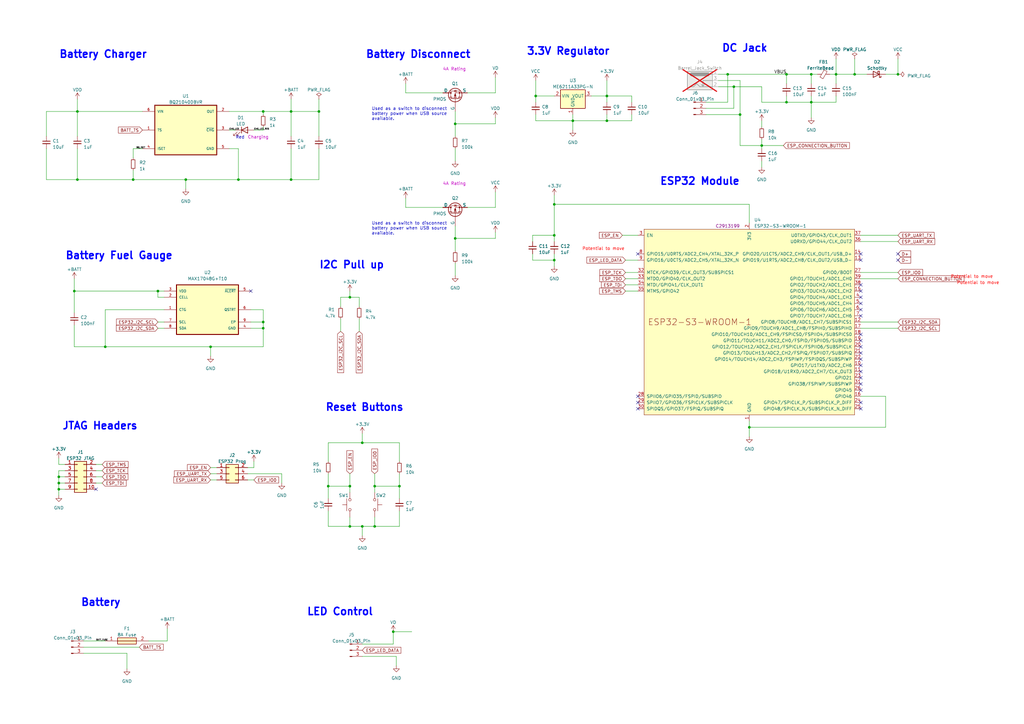
<source format=kicad_sch>
(kicad_sch (version 20230121) (generator eeschema)
  (paper "A3")
  (lib_symbols
    (symbol "BQ21040DBVR:BQ21040DBVR" (pin_names (offset 1.016))
      (property "Reference" "U" (at -12.7 11.16 0))
      (property "Value" "BQ21040DBVR" (at -12.7 -14.16 0))
      (symbol "BQ21040DBVR_0_0"
        (pin input line (at -17.78 0 0) (length 5.08) (name "TS") (number "1"))
        (pin output line (at 17.78 7.62 180) (length 5.08) (name "OUT") (number "2"))
        (pin output line (at 17.78 0 180) (length 5.08) (name "~{CHG}") (number "3"))
        (pin input line (at -17.78 -7.62 0) (length 5.08) (name "ISET") (number "4"))
        (pin power_in line (at 17.78 -7.62 180) (length 5.08) (name "GND") (number "5"))
        (pin input line (at -17.78 7.62 0) (length 5.08) (name "VIN") (number "6"))
      )
    )
    (symbol "Connector:Barrel_Jack_Switch" (pin_names hide)
      (property "Reference" "J" (at 0 5.334 0))
      (property "Value" "Barrel_Jack_Switch" (at 0 -5.08 0))
      (symbol "Barrel_Jack_Switch_1_1"
        (pin passive line (at 7.62 2.54 180) (length 2.54) (name "~") (number "1"))
        (pin passive line (at 7.62 -2.54 180) (length 2.54) (name "~") (number "2"))
        (pin passive line (at 7.62 0 180) (length 2.54) (name "~") (number "3"))
      )
    )
    (symbol "Connector:Conn_01x03_Pin" (pin_names (offset 1.016) hide)
      (property "Reference" "J" (at 0 5.08 0))
      (property "Value" "Conn_01x03_Pin" (at 0 -5.08 0))
      (symbol "Conn_01x03_Pin_1_1"
        (pin passive line (at 5.08 2.54 180) (length 3.81) (name "Pin_1") (number "1"))
        (pin passive line (at 5.08 0 180) (length 3.81) (name "Pin_2") (number "2"))
        (pin passive line (at 5.08 -2.54 180) (length 3.81) (name "Pin_3") (number "3"))
      )
    )
    (symbol "Connector_Generic:Conn_02x03_Odd_Even" (pin_names (offset 1.016) hide)
      (property "Reference" "J" (at 1.27 5.08 0))
      (property "Value" "Conn_02x03_Odd_Even" (at 1.27 -5.08 0))
      (symbol "Conn_02x03_Odd_Even_1_1"
        (pin passive line (at -5.08 2.54 0) (length 3.81) (name "Pin_1") (number "1"))
        (pin passive line (at 7.62 2.54 180) (length 3.81) (name "Pin_2") (number "2"))
        (pin passive line (at -5.08 0 0) (length 3.81) (name "Pin_3") (number "3"))
        (pin passive line (at 7.62 0 180) (length 3.81) (name "Pin_4") (number "4"))
        (pin passive line (at -5.08 -2.54 0) (length 3.81) (name "Pin_5") (number "5"))
        (pin passive line (at 7.62 -2.54 180) (length 3.81) (name "Pin_6") (number "6"))
      )
    )
    (symbol "Connector_Generic:Conn_02x05_Odd_Even" (pin_names (offset 1.016) hide)
      (property "Reference" "J" (at 1.27 7.62 0))
      (property "Value" "Conn_02x05_Odd_Even" (at 1.27 -7.62 0))
      (symbol "Conn_02x05_Odd_Even_1_1"
        (pin passive line (at -5.08 5.08 0) (length 3.81) (name "Pin_1") (number "1"))
        (pin passive line (at 7.62 -5.08 180) (length 3.81) (name "Pin_10") (number "10"))
        (pin passive line (at 7.62 5.08 180) (length 3.81) (name "Pin_2") (number "2"))
        (pin passive line (at -5.08 2.54 0) (length 3.81) (name "Pin_3") (number "3"))
        (pin passive line (at 7.62 2.54 180) (length 3.81) (name "Pin_4") (number "4"))
        (pin passive line (at -5.08 0 0) (length 3.81) (name "Pin_5") (number "5"))
        (pin passive line (at 7.62 0 180) (length 3.81) (name "Pin_6") (number "6"))
        (pin passive line (at -5.08 -2.54 0) (length 3.81) (name "Pin_7") (number "7"))
        (pin passive line (at 7.62 -2.54 180) (length 3.81) (name "Pin_8") (number "8"))
        (pin passive line (at -5.08 -5.08 0) (length 3.81) (name "Pin_9") (number "9"))
      )
    )
    (symbol "Device:C_Small" (pin_numbers hide) (pin_names (offset 0.254) hide)
      (property "Reference" "C" (at 0.254 1.778 0))
      (property "Value" "C_Small" (at 0.254 -2.032 0))
      (symbol "C_Small_1_1"
        (pin passive line (at 0 2.54 270) (length 2.032) (name "~") (number "1"))
        (pin passive line (at 0 -2.54 90) (length 2.032) (name "~") (number "2"))
      )
    )
    (symbol "Device:D_Schottky" (pin_numbers hide) (pin_names (offset 1.016) hide)
      (property "Reference" "D" (at 0 2.54 0))
      (property "Value" "D_Schottky" (at 0 -2.54 0))
      (symbol "D_Schottky_1_1"
        (pin passive line (at -3.81 0 0) (length 2.54) (name "K") (number "1"))
        (pin passive line (at 3.81 0 180) (length 2.54) (name "A") (number "2"))
      )
    )
    (symbol "Device:FerriteBead_Small" (pin_numbers hide) (pin_names (offset 0))
      (property "Reference" "FB" (at 1.905 1.27 0))
      (property "Value" "FerriteBead_Small" (at 1.905 -1.27 0))
      (symbol "FerriteBead_Small_1_1"
        (pin passive line (at 0 2.54 270) (length 1.27) (name "~") (number "1"))
        (pin passive line (at 0 -2.54 90) (length 1.27) (name "~") (number "2"))
      )
    )
    (symbol "Device:LED" (pin_numbers hide) (pin_names (offset 1.016) hide)
      (property "Reference" "D" (at 0 2.54 0))
      (property "Value" "LED" (at 0 -2.54 0))
      (symbol "LED_1_1"
        (pin passive line (at -3.81 0 0) (length 2.54) (name "K") (number "1"))
        (pin passive line (at 3.81 0 180) (length 2.54) (name "A") (number "2"))
      )
    )
    (symbol "Device:R_Small" (pin_numbers hide) (pin_names (offset 0.254) hide)
      (property "Reference" "R" (at 0.762 0.508 0))
      (property "Value" "R_Small" (at 0.762 -1.016 0))
      (symbol "R_Small_1_1"
        (pin passive line (at 0 2.54 270) (length 0.762) (name "~") (number "1"))
        (pin passive line (at 0 -2.54 90) (length 0.762) (name "~") (number "2"))
      )
    )
    (symbol "Espressif:ESP32-S3-WROOM-1" (pin_names (offset 1.016))
      (property "Reference" "U" (at -43.18 43.18 0))
      (property "Value" "ESP32-S3-WROOM-1" (at -43.18 40.64 0))
      (symbol "ESP32-S3-WROOM-1_0_0"
        (text "ESP32-S3-WROOM-1" (at -20.32 0 0) (effects (font (size 2.54 2.54))))
        (pin power_in line (at 0 -40.64 90) (length 2.54) (name "GND") (number "1"))
        (pin bidirectional line (at 45.72 -17.78 180) (length 2.54) (name "GPIO17/U1TXD/ADC2_CH6") (number "10"))
        (pin bidirectional line (at 45.72 -20.32 180) (length 2.54) (name "GPIO18/U1RXD/ADC2_CH7/CLK_OUT3") (number "11"))
        (pin bidirectional line (at 45.72 0 180) (length 2.54) (name "GPIO8/TOUCH8/ADC1_CH7/SUBSPICS1") (number "12"))
        (pin bidirectional line (at 45.72 25.4 180) (length 2.54) (name "GPIO19/U1RTS/ADC2_CH8/CLK_OUT2/USB_D-") (number "13"))
        (pin bidirectional line (at 45.72 27.94 180) (length 2.54) (name "GPIO20/U1CTS/ADC2_CH9/CLK_OUT1/USB_D+") (number "14"))
        (pin bidirectional line (at 45.72 12.7 180) (length 2.54) (name "GPIO3/TOUCH3/ADC1_CH2") (number "15"))
        (pin bidirectional line (at 45.72 -30.48 180) (length 2.54) (name "GPIO46") (number "16"))
        (pin bidirectional line (at 45.72 -2.54 180) (length 2.54) (name "GPIO9/TOUCH9/ADC1_CH8/FSPIHD/SUBSPIHD") (number "17"))
        (pin bidirectional line (at 45.72 -5.08 180) (length 2.54) (name "GPIO10/TOUCH10/ADC1_CH9/FSPICS0/FSPIIO4/SUBSPICS0") (number "18"))
        (pin bidirectional line (at 45.72 -7.62 180) (length 2.54) (name "GPIO11/TOUCH11/ADC2_CH0/FSPID/FSPIIO5/SUBSPID") (number "19"))
        (pin power_in line (at 0 40.64 270) (length 2.54) (name "3V3") (number "2"))
        (pin bidirectional line (at 45.72 -10.16 180) (length 2.54) (name "GPIO12/TOUCH12/ADC2_CH1/FSPICLK/FSPIIO6/SUBSPICLK") (number "20"))
        (pin bidirectional line (at 45.72 -12.7 180) (length 2.54) (name "GPIO13/TOUCH13/ADC2_CH2/FSPIQ/FSPIIO7/SUBSPIQ") (number "21"))
        (pin bidirectional line (at 45.72 -15.24 180) (length 2.54) (name "GPIO14/TOUCH14/ADC2_CH3/FSPIWP/FSPIDQS/SUBSPIWP") (number "22"))
        (pin bidirectional line (at 45.72 -22.86 180) (length 2.54) (name "GPIO21") (number "23"))
        (pin bidirectional line (at 45.72 -33.02 180) (length 2.54) (name "GPIO47/SPICLK_P/SUBSPICLK_P_DIFF") (number "24"))
        (pin bidirectional line (at 45.72 -35.56 180) (length 2.54) (name "GPIO48/SPICLK_N/SUBSPICLK_N_DIFF") (number "25"))
        (pin bidirectional line (at 45.72 -27.94 180) (length 2.54) (name "GPIO45") (number "26"))
        (pin bidirectional line (at 45.72 20.32 180) (length 2.54) (name "GPIO0/BOOT") (number "27"))
        (pin bidirectional line (at -45.72 -30.48 0) (length 2.54) (name "SPIIO6/GPIO35/FSPID/SUBSPID") (number "28"))
        (pin bidirectional line (at -45.72 -33.02 0) (length 2.54) (name "SPIIO7/GPIO36/FSPICLK/SUBSPICLK") (number "29"))
        (pin input line (at -45.72 35.56 0) (length 2.54) (name "EN") (number "3"))
        (pin bidirectional line (at -45.72 -35.56 0) (length 2.54) (name "SPIDQS/GPIO37/FSPIQ/SUBSPIQ") (number "30"))
        (pin bidirectional line (at 45.72 -25.4 180) (length 2.54) (name "GPIO38/FSPIWP/SUBSPIWP") (number "31"))
        (pin bidirectional line (at -45.72 20.32 0) (length 2.54) (name "MTCK/GPIO39/CLK_OUT3/SUBSPICS1") (number "32"))
        (pin bidirectional line (at -45.72 17.78 0) (length 2.54) (name "MTDO/GPIO40/CLK_OUT2") (number "33"))
        (pin bidirectional line (at -45.72 15.24 0) (length 2.54) (name "MTDI/GPIO41/CLK_OUT1") (number "34"))
        (pin bidirectional line (at -45.72 12.7 0) (length 2.54) (name "MTMS/GPIO42") (number "35"))
        (pin bidirectional line (at 45.72 33.02 180) (length 2.54) (name "U0RXD/GPIO44/CLK_OUT2") (number "36"))
        (pin bidirectional line (at 45.72 35.56 180) (length 2.54) (name "U0TXD/GPIO43/CLK_OUT1") (number "37"))
        (pin bidirectional line (at 45.72 15.24 180) (length 2.54) (name "GPIO2/TOUCH2/ADC1_CH1") (number "38"))
        (pin bidirectional line (at 45.72 17.78 180) (length 2.54) (name "GPIO1/TOUCH1/ADC1_CH0") (number "39"))
        (pin bidirectional line (at 45.72 10.16 180) (length 2.54) (name "GPIO4/TOUCH4/ADC1_CH3") (number "4"))
        (pin passive line (at 0 -40.64 90) (length 2.54) hide (name "GND") (number "40"))
        (pin passive line (at 0 -40.64 90) (length 2.54) hide (name "GND") (number "41"))
        (pin bidirectional line (at 45.72 7.62 180) (length 2.54) (name "GPIO5/TOUCH5/ADC1_CH4") (number "5"))
        (pin bidirectional line (at 45.72 5.08 180) (length 2.54) (name "GPIO6/TOUCH6/ADC1_CH5") (number "6"))
        (pin bidirectional line (at 45.72 2.54 180) (length 2.54) (name "GPIO7/TOUCH7/ADC1_CH6") (number "7"))
        (pin bidirectional line (at -45.72 27.94 0) (length 2.54) (name "GPIO15/U0RTS/ADC2_CH4/XTAL_32K_P") (number "8"))
        (pin bidirectional line (at -45.72 25.4 0) (length 2.54) (name "GPIO16/U0CTS/ADC2_CH5/XTAL_32K_N") (number "9"))
      )
    )
    (symbol "Littelfuse:0154008.DR" (pin_names hide)
      (property "Reference" "F" (at 13.97 6.35 0))
      (property "Value" "0154008.DR" (at 13.97 3.81 0))
      (symbol "0154008.DR_1_1"
        (pin passive line (at 0 0 0) (length 5.08) (name "1") (number "1"))
        (pin passive line (at 17.78 0 180) (length 5.08) (name "2") (number "2"))
      )
    )
    (symbol "MAX17048G_T10:MAX17048G+T10" (pin_names (offset 1.016))
      (property "Reference" "U?" (at 0 20.32 0))
      (property "Value" "MAX17048G+T10" (at 0 17.78 0))
      (symbol "MAX17048G+T10_0_0"
        (pin power_in line (at -17.78 5.08 0) (length 5.08) (name "CTG") (number "1"))
        (pin power_in line (at -17.78 10.16 0) (length 5.08) (name "CELL") (number "2"))
        (pin power_in line (at -17.78 12.7 0) (length 5.08) (name "VDD") (number "3"))
        (pin power_in line (at 17.78 -2.54 180) (length 5.08) (name "GND") (number "4"))
        (pin output line (at 17.78 12.7 180) (length 5.08) (name "~{ALERT}") (number "5"))
        (pin input line (at 17.78 5.08 180) (length 5.08) (name "QSTRT") (number "6"))
        (pin input line (at -17.78 0 0) (length 5.08) (name "SCL") (number "7"))
        (pin bidirectional line (at -17.78 -2.54 0) (length 5.08) (name "SDA") (number "8"))
        (pin power_in line (at 17.78 0 180) (length 5.08) (name "EP") (number "9"))
      )
    )
    (symbol "Regulator_Linear:HT75xx-1-SOT89"
      (property "Reference" "U" (at -5.08 -3.81 0))
      (property "Value" "HT75xx-1-SOT89" (at 0 6.35 0))
      (symbol "HT75xx-1-SOT89_1_1"
        (pin power_in line (at 0 -5.08 90) (length 2.54) (name "GND") (number "1"))
        (pin power_in line (at -7.62 2.54 0) (length 2.54) (name "VIN") (number "2"))
        (pin power_out line (at 7.62 2.54 180) (length 2.54) (name "VOUT") (number "3"))
      )
    )
    (symbol "Simulation_SPICE:PMOS" (pin_numbers hide) (pin_names (offset 0))
      (property "Reference" "Q3" (at 0 8.89 90))
      (property "Value" "PMOS" (at 0 6.35 90))
      (symbol "PMOS_1_1"
        (pin passive line (at 2.54 -5.08 90) (length 2.54) (name "S") (number "1"))
        (pin passive line (at 2.54 -5.08 90) (length 2.54) (name "S") (number "2"))
        (pin passive line (at 2.54 -5.08 90) (length 2.54) (name "S") (number "3"))
        (pin input line (at -5.08 0 0) (length 2.54) (name "G") (number "4"))
        (pin passive line (at 2.54 5.08 270) (length 2.54) (name "D") (number "5"))
        (pin passive line (at 2.54 5.08 270) (length 2.54) (name "D") (number "6"))
        (pin passive line (at 2.54 5.08 270) (length 2.54) (name "D") (number "7"))
        (pin passive line (at 2.54 5.08 270) (length 2.54) (name "D") (number "8"))
      )
    )
    (symbol "Switch:SW_Push" (pin_numbers hide) (pin_names (offset 1.016) hide)
      (property "Reference" "SW" (at 1.27 2.54 0))
      (property "Value" "SW_Push" (at 0 -1.524 0))
      (symbol "SW_Push_0_1"
        (pin passive line (at -5.08 0 0) (length 2.54) (name "1") (number "1"))
        (pin passive line (at 5.08 0 180) (length 2.54) (name "2") (number "2"))
      )
    )
    (symbol "power:+3.3V" (power) (pin_names (offset 0))
      (property "Value" "+3.3V" (at 0 3.556 0))
      (symbol "+3.3V_1_1"
        (pin power_in line (at 0 0 90) (length 0) hide (name "+3.3V") (number "1"))
      )
    )
    (symbol "power:+BATT" (power) (pin_names (offset 0))
      (property "Value" "+BATT" (at 0 3.556 0))
      (symbol "+BATT_1_1"
        (pin power_in line (at 0 0 90) (length 0) hide (name "+BATT") (number "1"))
      )
    )
    (symbol "power:GND" (power) (pin_names (offset 0))
      (property "Value" "GND" (at 0 -3.81 0))
      (symbol "GND_1_1"
        (pin power_in line (at 0 0 270) (length 0) hide (name "GND") (number "1"))
      )
    )
    (symbol "power:PWR_FLAG" (power) (pin_numbers hide) (pin_names (offset 0) hide)
      (property "Value" "PWR_FLAG" (at 0 3.81 0))
      (symbol "PWR_FLAG_0_0"
        (pin power_out line (at 0 0 90) (length 0) (name "pwr") (number "1"))
      )
    )
    (symbol "power:VCC" (power) (pin_names (offset 0))
      (property "Value" "VCC" (at 0 3.81 0))
      (symbol "VCC_1_1"
        (pin power_in line (at 0 0 90) (length 0) hide (name "VCC") (number "1"))
      )
    )
    (symbol "power:VD" (power) (pin_names (offset 0))
      (property "Value" "VD" (at 0 3.81 0))
      (symbol "VD_1_1"
        (pin power_in line (at 0 0 90) (length 0) hide (name "VD") (number "1"))
      )
    )
    (symbol "power:VDD" (power) (pin_names (offset 0))
      (property "Value" "VDD" (at 0 3.81 0))
      (symbol "VDD_1_1"
        (pin power_in line (at 0 0 90) (length 0) hide (name "VDD") (number "1"))
      )
    )
  )
  (junction (at 43.18 142.24))
  (junction (at 76.2 73.66))
  (junction (at 143.51 121.92))
  (junction (at 130.81 45.72))
  (junction (at 312.42 59.69))
  (junction (at 97.79 73.66))
  (junction (at 64.77 119.38))
  (junction (at 227.33 96.52))
  (junction (at 24.13 195.58))
  (junction (at 322.58 30.48))
  (junction (at 350.52 30.48))
  (junction (at 332.74 41.91))
  (junction (at 300.99 35.56))
  (junction (at 54.61 73.66))
  (junction (at 186.69 97.79))
  (junction (at 248.92 39.37))
  (junction (at 153.67 199.39))
  (junction (at 86.36 142.24))
  (junction (at 161.29 259.08))
  (junction (at 24.13 200.66))
  (junction (at 31.75 73.66))
  (junction (at 303.53 46.99))
  (junction (at 31.75 45.72))
  (junction (at 107.95 132.08))
  (junction (at 134.62 199.39))
  (junction (at 322.58 41.91))
  (junction (at 143.51 215.9))
  (junction (at 248.92 49.53))
  (junction (at 119.38 45.72))
  (junction (at 368.3 30.48))
  (junction (at 234.95 49.53))
  (junction (at 148.59 215.9))
  (junction (at 332.74 30.48))
  (junction (at 119.38 73.66))
  (junction (at 219.71 39.37))
  (junction (at 107.95 45.72))
  (junction (at 107.95 134.62))
  (junction (at 30.48 119.38))
  (junction (at 227.33 106.68))
  (junction (at 342.9 30.48))
  (junction (at 143.51 199.39))
  (junction (at 227.33 83.82))
  (junction (at 186.69 50.8))
  (junction (at 307.34 175.26))
  (junction (at 148.59 181.61))
  (junction (at 163.83 199.39))
  (junction (at 298.45 30.48))
  (junction (at 24.13 198.12))
  (junction (at 153.67 215.9))
  (no_connect (at 353.06 104.14))
  (no_connect (at 353.06 127))
  (no_connect (at 353.06 147.32))
  (no_connect (at 39.37 200.66))
  (no_connect (at 353.06 139.7))
  (no_connect (at 353.06 106.68))
  (no_connect (at 353.06 137.16))
  (no_connect (at 353.06 152.4))
  (no_connect (at 353.06 121.92))
  (no_connect (at 353.06 149.86))
  (no_connect (at 353.06 142.24))
  (no_connect (at 261.62 165.1))
  (no_connect (at 353.06 124.46))
  (no_connect (at 353.06 157.48))
  (no_connect (at 102.87 119.38))
  (no_connect (at 261.62 167.64))
  (no_connect (at 353.06 167.64))
  (no_connect (at 353.06 129.54))
  (no_connect (at 353.06 116.84))
  (no_connect (at 353.06 119.38))
  (no_connect (at 353.06 144.78))
  (no_connect (at 261.62 162.56))
  (no_connect (at 353.06 160.02))
  (no_connect (at 353.06 165.1))
  (no_connect (at 353.06 154.94))
  (no_connect (at 368.3 106.68))
  (no_connect (at 368.3 104.14))
  (no_connect (at 261.62 104.14))
  (wire (pts (xy 307.34 175.26) (xy 307.34 179.07)))
  (wire (pts (xy 107.95 132.08) (xy 107.95 134.62)))
  (wire (pts (xy 39.37 190.5) (xy 41.91 190.5)))
  (wire (pts (xy 104.14 189.23) (xy 104.14 191.77)))
  (wire (pts (xy 68.58 257.81) (xy 68.58 262.89)))
  (wire (pts (xy 52.07 267.97) (xy 34.29 267.97)))
  (wire (pts (xy 163.83 209.55) (xy 163.83 215.9)))
  (wire (pts (xy 332.74 30.48) (xy 335.28 30.48)))
  (wire (pts (xy 143.51 121.92) (xy 143.51 119.38)))
  (wire (pts (xy 259.08 49.53) (xy 259.08 46.99)))
  (wire (pts (xy 163.83 199.39) (xy 153.67 199.39)))
  (wire (pts (xy 24.13 203.2) (xy 24.13 200.66)))
  (wire (pts (xy 163.83 215.9) (xy 153.67 215.9)))
  (wire (pts (xy 143.51 215.9) (xy 143.51 212.09)))
  (wire (pts (xy 227.33 96.52) (xy 227.33 99.06)))
  (wire (pts (xy 248.92 46.99) (xy 248.92 49.53)))
  (wire (pts (xy 24.13 198.12) (xy 24.13 195.58)))
  (wire (pts (xy 289.56 41.91) (xy 298.45 41.91)))
  (wire (pts (xy 248.92 39.37) (xy 248.92 41.91)))
  (wire (pts (xy 219.71 39.37) (xy 219.71 41.91)))
  (wire (pts (xy 86.36 191.77) (xy 88.9 191.77)))
  (wire (pts (xy 353.06 132.08) (xy 368.3 132.08)))
  (wire (pts (xy 307.34 83.82) (xy 307.34 91.44)))
  (wire (pts (xy 248.92 33.02) (xy 248.92 39.37)))
  (wire (pts (xy 350.52 24.13) (xy 350.52 30.48)))
  (wire (pts (xy 107.95 53.34) (xy 107.95 52.07)))
  (wire (pts (xy 162.56 269.24) (xy 162.56 273.05)))
  (wire (pts (xy 303.53 33.02) (xy 303.53 46.99)))
  (wire (pts (xy 34.29 262.89) (xy 43.18 262.89)))
  (wire (pts (xy 97.79 60.96) (xy 97.79 73.66)))
  (wire (pts (xy 186.69 60.96) (xy 186.69 66.04)))
  (wire (pts (xy 227.33 83.82) (xy 307.34 83.82)))
  (wire (pts (xy 19.05 45.72) (xy 31.75 45.72)))
  (wire (pts (xy 166.37 81.28) (xy 166.37 85.09)))
  (wire (pts (xy 102.87 134.62) (xy 107.95 134.62)))
  (wire (pts (xy 219.71 39.37) (xy 227.33 39.37)))
  (wire (pts (xy 342.9 30.48) (xy 342.9 24.13)))
  (wire (pts (xy 86.36 196.85) (xy 88.9 196.85)))
  (wire (pts (xy 148.59 181.61) (xy 148.59 177.8)))
  (wire (pts (xy 353.06 99.06) (xy 368.3 99.06)))
  (wire (pts (xy 234.95 46.99) (xy 234.95 49.53)))
  (wire (pts (xy 353.06 96.52) (xy 368.3 96.52)))
  (wire (pts (xy 256.54 114.3) (xy 261.62 114.3)))
  (wire (pts (xy 64.77 132.08) (xy 67.31 132.08)))
  (wire (pts (xy 119.38 45.72) (xy 130.81 45.72)))
  (wire (pts (xy 86.36 194.31) (xy 88.9 194.31)))
  (wire (pts (xy 227.33 106.68) (xy 227.33 109.22)))
  (wire (pts (xy 259.08 41.91) (xy 259.08 39.37)))
  (wire (pts (xy 43.18 127) (xy 67.31 127)))
  (wire (pts (xy 203.2 50.8) (xy 186.69 50.8)))
  (wire (pts (xy 31.75 45.72) (xy 58.42 45.72)))
  (wire (pts (xy 312.42 59.69) (xy 312.42 60.96)))
  (wire (pts (xy 43.18 142.24) (xy 86.36 142.24)))
  (wire (pts (xy 332.74 41.91) (xy 342.9 41.91)))
  (wire (pts (xy 134.62 199.39) (xy 134.62 204.47)))
  (wire (pts (xy 93.98 53.34) (xy 96.52 53.34)))
  (wire (pts (xy 43.18 127) (xy 43.18 142.24)))
  (wire (pts (xy 303.53 59.69) (xy 303.53 46.99)))
  (wire (pts (xy 31.75 45.72) (xy 31.75 55.88)))
  (wire (pts (xy 130.81 40.64) (xy 130.81 45.72)))
  (wire (pts (xy 298.45 41.91) (xy 298.45 30.48)))
  (wire (pts (xy 312.42 59.69) (xy 303.53 59.69)))
  (wire (pts (xy 64.77 121.92) (xy 64.77 119.38)))
  (wire (pts (xy 24.13 200.66) (xy 26.67 200.66)))
  (wire (pts (xy 191.77 85.09) (xy 203.2 85.09)))
  (wire (pts (xy 353.06 111.76) (xy 368.3 111.76)))
  (wire (pts (xy 54.61 60.96) (xy 58.42 60.96)))
  (wire (pts (xy 148.59 215.9) (xy 143.51 215.9)))
  (wire (pts (xy 248.92 49.53) (xy 234.95 49.53)))
  (wire (pts (xy 161.29 264.16) (xy 161.29 259.08)))
  (wire (pts (xy 134.62 215.9) (xy 143.51 215.9)))
  (wire (pts (xy 54.61 69.85) (xy 54.61 73.66)))
  (wire (pts (xy 307.34 172.72) (xy 307.34 175.26)))
  (wire (pts (xy 294.64 30.48) (xy 298.45 30.48)))
  (wire (pts (xy 19.05 55.88) (xy 19.05 45.72)))
  (wire (pts (xy 31.75 73.66) (xy 54.61 73.66)))
  (wire (pts (xy 139.7 130.81) (xy 139.7 135.89)))
  (wire (pts (xy 26.67 193.04) (xy 24.13 193.04)))
  (wire (pts (xy 259.08 39.37) (xy 248.92 39.37)))
  (wire (pts (xy 219.71 49.53) (xy 219.71 46.99)))
  (wire (pts (xy 186.69 97.79) (xy 186.69 102.87)))
  (wire (pts (xy 363.22 30.48) (xy 368.3 30.48)))
  (wire (pts (xy 67.31 121.92) (xy 64.77 121.92)))
  (wire (pts (xy 191.77 38.1) (xy 203.2 38.1)))
  (wire (pts (xy 256.54 106.68) (xy 261.62 106.68)))
  (wire (pts (xy 147.32 121.92) (xy 143.51 121.92)))
  (wire (pts (xy 147.32 125.73) (xy 147.32 121.92)))
  (wire (pts (xy 119.38 40.64) (xy 119.38 45.72)))
  (wire (pts (xy 312.42 57.15) (xy 312.42 59.69)))
  (wire (pts (xy 104.14 53.34) (xy 107.95 53.34)))
  (wire (pts (xy 119.38 45.72) (xy 119.38 55.88)))
  (wire (pts (xy 166.37 85.09) (xy 181.61 85.09)))
  (wire (pts (xy 312.42 41.91) (xy 322.58 41.91)))
  (wire (pts (xy 24.13 195.58) (xy 26.67 195.58)))
  (wire (pts (xy 52.07 274.32) (xy 52.07 267.97)))
  (wire (pts (xy 294.64 35.56) (xy 300.99 35.56)))
  (wire (pts (xy 148.59 264.16) (xy 161.29 264.16)))
  (wire (pts (xy 353.06 162.56) (xy 363.22 162.56)))
  (wire (pts (xy 332.74 30.48) (xy 332.74 34.29)))
  (wire (pts (xy 256.54 116.84) (xy 261.62 116.84)))
  (wire (pts (xy 289.56 44.45) (xy 300.99 44.45)))
  (wire (pts (xy 19.05 60.96) (xy 19.05 73.66)))
  (wire (pts (xy 322.58 30.48) (xy 332.74 30.48)))
  (wire (pts (xy 107.95 45.72) (xy 119.38 45.72)))
  (wire (pts (xy 107.95 134.62) (xy 107.95 142.24)))
  (wire (pts (xy 153.67 212.09) (xy 153.67 215.9)))
  (wire (pts (xy 143.51 199.39) (xy 143.51 201.93)))
  (wire (pts (xy 64.77 119.38) (xy 67.31 119.38)))
  (wire (pts (xy 148.59 219.71) (xy 148.59 215.9)))
  (wire (pts (xy 76.2 73.66) (xy 97.79 73.66)))
  (wire (pts (xy 186.69 107.95) (xy 186.69 113.03)))
  (wire (pts (xy 115.57 194.31) (xy 101.6 194.31)))
  (wire (pts (xy 353.06 134.62) (xy 368.3 134.62)))
  (wire (pts (xy 298.45 30.48) (xy 322.58 30.48)))
  (wire (pts (xy 134.62 199.39) (xy 143.51 199.39)))
  (wire (pts (xy 203.2 85.09) (xy 203.2 78.74)))
  (wire (pts (xy 300.99 44.45) (xy 300.99 35.56)))
  (wire (pts (xy 93.98 45.72) (xy 107.95 45.72)))
  (wire (pts (xy 353.06 114.3) (xy 368.3 114.3)))
  (wire (pts (xy 363.22 175.26) (xy 307.34 175.26)))
  (wire (pts (xy 322.58 34.29) (xy 322.58 30.48)))
  (wire (pts (xy 163.83 194.31) (xy 163.83 199.39)))
  (wire (pts (xy 31.75 40.64) (xy 31.75 45.72)))
  (wire (pts (xy 163.83 204.47) (xy 163.83 199.39)))
  (wire (pts (xy 134.62 194.31) (xy 134.62 199.39)))
  (wire (pts (xy 30.48 142.24) (xy 43.18 142.24)))
  (wire (pts (xy 312.42 35.56) (xy 312.42 41.91)))
  (wire (pts (xy 130.81 60.96) (xy 130.81 73.66)))
  (wire (pts (xy 203.2 48.26) (xy 203.2 50.8)))
  (wire (pts (xy 107.95 142.24) (xy 86.36 142.24)))
  (wire (pts (xy 256.54 119.38) (xy 261.62 119.38)))
  (wire (pts (xy 153.67 215.9) (xy 148.59 215.9)))
  (wire (pts (xy 30.48 142.24) (xy 30.48 133.35)))
  (wire (pts (xy 166.37 34.29) (xy 166.37 38.1)))
  (wire (pts (xy 312.42 66.04) (xy 312.42 68.58)))
  (wire (pts (xy 102.87 132.08) (xy 107.95 132.08)))
  (wire (pts (xy 64.77 134.62) (xy 67.31 134.62)))
  (wire (pts (xy 256.54 111.76) (xy 261.62 111.76)))
  (wire (pts (xy 218.44 106.68) (xy 227.33 106.68)))
  (wire (pts (xy 203.2 97.79) (xy 186.69 97.79)))
  (wire (pts (xy 186.69 92.71) (xy 186.69 97.79)))
  (wire (pts (xy 24.13 200.66) (xy 24.13 198.12)))
  (wire (pts (xy 227.33 83.82) (xy 227.33 80.01)))
  (wire (pts (xy 30.48 119.38) (xy 30.48 128.27)))
  (wire (pts (xy 130.81 73.66) (xy 119.38 73.66)))
  (wire (pts (xy 31.75 60.96) (xy 31.75 73.66)))
  (wire (pts (xy 312.42 49.53) (xy 312.42 52.07)))
  (wire (pts (xy 342.9 41.91) (xy 342.9 39.37)))
  (wire (pts (xy 342.9 30.48) (xy 342.9 34.29)))
  (wire (pts (xy 322.58 41.91) (xy 332.74 41.91)))
  (wire (pts (xy 101.6 196.85) (xy 104.14 196.85)))
  (wire (pts (xy 332.74 39.37) (xy 332.74 41.91)))
  (wire (pts (xy 363.22 162.56) (xy 363.22 175.26)))
  (wire (pts (xy 300.99 35.56) (xy 312.42 35.56)))
  (wire (pts (xy 218.44 104.14) (xy 218.44 106.68)))
  (wire (pts (xy 39.37 195.58) (xy 41.91 195.58)))
  (wire (pts (xy 161.29 259.08) (xy 168.91 259.08)))
  (wire (pts (xy 255.27 96.52) (xy 261.62 96.52)))
  (wire (pts (xy 218.44 96.52) (xy 227.33 96.52)))
  (wire (pts (xy 218.44 96.52) (xy 218.44 99.06)))
  (wire (pts (xy 54.61 60.96) (xy 54.61 64.77)))
  (wire (pts (xy 368.3 30.48) (xy 368.3 24.13)))
  (wire (pts (xy 30.48 119.38) (xy 30.48 114.3)))
  (wire (pts (xy 227.33 83.82) (xy 227.33 96.52)))
  (wire (pts (xy 104.14 191.77) (xy 101.6 191.77)))
  (wire (pts (xy 93.98 60.96) (xy 97.79 60.96)))
  (wire (pts (xy 163.83 181.61) (xy 148.59 181.61)))
  (wire (pts (xy 342.9 30.48) (xy 350.52 30.48)))
  (wire (pts (xy 24.13 193.04) (xy 24.13 195.58)))
  (wire (pts (xy 102.87 127) (xy 107.95 127)))
  (wire (pts (xy 234.95 49.53) (xy 234.95 53.34)))
  (wire (pts (xy 30.48 119.38) (xy 64.77 119.38)))
  (wire (pts (xy 19.05 73.66) (xy 31.75 73.66)))
  (wire (pts (xy 139.7 125.73) (xy 139.7 121.92)))
  (wire (pts (xy 143.51 194.31) (xy 143.51 199.39)))
  (wire (pts (xy 34.29 265.43) (xy 57.15 265.43)))
  (wire (pts (xy 130.81 55.88) (xy 130.81 45.72)))
  (wire (pts (xy 148.59 269.24) (xy 162.56 269.24)))
  (wire (pts (xy 107.95 46.99) (xy 107.95 45.72)))
  (wire (pts (xy 340.36 30.48) (xy 342.9 30.48)))
  (wire (pts (xy 86.36 146.05) (xy 86.36 142.24)))
  (wire (pts (xy 24.13 190.5) (xy 26.67 190.5)))
  (wire (pts (xy 321.31 59.69) (xy 312.42 59.69)))
  (wire (pts (xy 203.2 95.25) (xy 203.2 97.79)))
  (wire (pts (xy 350.52 30.48) (xy 355.6 30.48)))
  (wire (pts (xy 248.92 49.53) (xy 259.08 49.53)))
  (wire (pts (xy 303.53 46.99) (xy 289.56 46.99)))
  (wire (pts (xy 139.7 121.92) (xy 143.51 121.92)))
  (wire (pts (xy 134.62 189.23) (xy 134.62 181.61)))
  (wire (pts (xy 219.71 33.02) (xy 219.71 39.37)))
  (wire (pts (xy 24.13 198.12) (xy 26.67 198.12)))
  (wire (pts (xy 166.37 38.1) (xy 181.61 38.1)))
  (wire (pts (xy 248.92 39.37) (xy 242.57 39.37)))
  (wire (pts (xy 219.71 49.53) (xy 234.95 49.53)))
  (wire (pts (xy 227.33 104.14) (xy 227.33 106.68)))
  (wire (pts (xy 115.57 198.12) (xy 115.57 194.31)))
  (wire (pts (xy 153.67 194.31) (xy 153.67 199.39)))
  (wire (pts (xy 332.74 41.91) (xy 332.74 48.26)))
  (wire (pts (xy 60.96 262.89) (xy 68.58 262.89)))
  (wire (pts (xy 294.64 33.02) (xy 303.53 33.02)))
  (wire (pts (xy 119.38 73.66) (xy 97.79 73.66)))
  (wire (pts (xy 186.69 50.8) (xy 186.69 55.88)))
  (wire (pts (xy 203.2 38.1) (xy 203.2 31.75)))
  (wire (pts (xy 134.62 209.55) (xy 134.62 215.9)))
  (wire (pts (xy 24.13 190.5) (xy 24.13 187.96)))
  (wire (pts (xy 54.61 73.66) (xy 76.2 73.66)))
  (wire (pts (xy 39.37 198.12) (xy 41.91 198.12)))
  (wire (pts (xy 76.2 73.66) (xy 76.2 77.47)))
  (wire (pts (xy 39.37 193.04) (xy 41.91 193.04)))
  (wire (pts (xy 322.58 39.37) (xy 322.58 41.91)))
  (wire (pts (xy 163.83 189.23) (xy 163.83 181.61)))
  (wire (pts (xy 186.69 45.72) (xy 186.69 50.8)))
  (wire (pts (xy 153.67 199.39) (xy 153.67 201.93)))
  (wire (pts (xy 107.95 127) (xy 107.95 132.08)))
  (wire (pts (xy 147.32 130.81) (xy 147.32 135.89)))
  (wire (pts (xy 134.62 181.61) (xy 148.59 181.61)))
  (wire (pts (xy 119.38 60.96) (xy 119.38 73.66)))
  (text "JTAG Headers" (at 25.4 176.53 0) (effects (font (size 3 3) bold) (justify left bottom)))
  (text "Battery Fuel Gauge" (at 26.67 106.68 0) (effects (font (size 3 3) (thickness 0.6) bold) (justify left bottom)))
  (text "Reset Buttons" (at 133.35 168.91 0) (effects (font (size 3 3) bold) (justify left bottom)))
  (text "Red" (at 100.33 57.15 0) (effects (font (size 1.27 1.27)) (justify right bottom)))
  (text "LED Control" (at 125.73 252.73 0) (effects (font (size 3 3) bold) (justify left bottom)))
  (text "DC Jack" (at 295.91 21.59 0) (effects (font (size 3 3) bold) (justify left bottom)))
  (text "4A Rating" (at 181.61 76.2 0) (effects (font (size 1.27 1.27)) (justify left bottom)))
  (text "3.3V Regulator" (at 215.9 22.86 0) (effects (font (size 3 3) bold) (justify left bottom)))
  (text "Battery Disconnect" (at 149.86 24.13 0) (effects (font (size 3 3) bold) (justify left bottom)))
  (text "Potential to move" (at 392.43 116.84 0) (effects (font (size 1.27 1.27)) (justify left bottom)))
  (text "Potential to move" (at 238.76 102.87 0) (effects (font (size 1.27 1.27)) (justify left bottom)))
  (text "Used as a switch to disconnect\nbattery power when USB source\navailable." (at 152.4 96.52 0) (effects (font (size 1.27 1.27)) (justify left bottom)))
  (text "Potential to move" (at 389.89 114.3 0) (effects (font (size 1.27 1.27)) (justify left bottom)))
  (text "Charging\n" (at 101.6 57.15 0) (effects (font (size 1.27 1.27)) (justify left bottom)))
  (text "Battery Charger" (at 24.13 24.13 0) (effects (font (size 3 3) bold) (justify left bottom)))
  (text "Battery" (at 33.02 248.92 0) (effects (font (size 3 3) bold) (justify left bottom)))
  (text "Used as a switch to disconnect\nbattery power when USB source\navailable." (at 152.4 49.53 0) (effects (font (size 1.27 1.27)) (justify left bottom)))
  (text "ESP32 Module" (at 270.51 76.2 0) (effects (font (size 3 3) (thickness 0.6) bold) (justify left bottom)))
  (text "4A Rating" (at 181.61 29.21 0) (effects (font (size 1.27 1.27)) (justify left bottom)))
  (text "I2C Pull up" (at 130.81 110.49 0) (effects (font (size 3 3) bold) (justify left bottom)))
  (label "VBUS" (at 317.5 30.48 0))
  (label "BQ_ISET" (at 55.88 60.96 0) (effects (font (size 0.6 0.6))))
  (label "BATT_FUSE" (at 39.37 262.89 0) (effects (font (size 0.6 0.6))))
  (label "CHG_LED_RES" (at 104.14 53.34 0) (effects (font (size 0.6 0.6))))
  (label "CHG_LED" (at 93.98 53.34 0) (effects (font (size 0.6 0.6))))
  (global_label "ESP32_I2C_SDA" (shape input) (at 64.77 134.62 180) (property "Intersheetrefs" "${INTERSHEET_REFS}" (effects hide)))
  (global_label "D-" (shape input) (at 368.3 106.68 0) (property "Intersheetrefs" "${INTERSHEET_REFS}" (effects hide)))
  (global_label "ESP_TDI" (shape input) (at 41.91 198.12 0) (property "Intersheetrefs" "${INTERSHEET_REFS}" (effects hide)))
  (global_label "ESP_LED_DATA" (shape input) (at 148.59 266.7 0) (property "Intersheetrefs" "${INTERSHEET_REFS}" (effects hide)))
  (global_label "ESP_TDO" (shape input) (at 256.54 114.3 180) (property "Intersheetrefs" "${INTERSHEET_REFS}" (effects hide)))
  (global_label "ESP_CONNECTION_BUTTON" (shape input) (at 321.31 59.69 0) (property "Intersheetrefs" "${INTERSHEET_REFS}" (effects hide)))
  (global_label "ESP_TMS" (shape input) (at 41.91 190.5 0) (property "Intersheetrefs" "${INTERSHEET_REFS}" (effects hide)))
  (global_label "ESP_TCK" (shape input) (at 41.91 193.04 0) (property "Intersheetrefs" "${INTERSHEET_REFS}" (effects hide)))
  (global_label "D+" (shape input) (at 368.3 104.14 0) (property "Intersheetrefs" "${INTERSHEET_REFS}" (effects hide)))
  (global_label "ESP_IO0" (shape input) (at 104.14 196.85 0) (property "Intersheetrefs" "${INTERSHEET_REFS}" (effects hide)))
  (global_label "ESP_EN" (shape input) (at 86.36 191.77 180) (property "Intersheetrefs" "${INTERSHEET_REFS}" (effects hide)))
  (global_label "BATT_TS" (shape input) (at 57.15 265.43 0) (property "Intersheetrefs" "${INTERSHEET_REFS}" (effects hide)))
  (global_label "ESP32_I2C_SDA" (shape input) (at 368.3 132.08 0) (property "Intersheetrefs" "${INTERSHEET_REFS}" (effects hide)))
  (global_label "BATT_TS" (shape input) (at 58.42 53.34 180) (property "Intersheetrefs" "${INTERSHEET_REFS}" (effects hide)))
  (global_label "ESP_UART_TX" (shape input) (at 368.3 96.52 0) (property "Intersheetrefs" "${INTERSHEET_REFS}" (effects hide)))
  (global_label "ESP_TMS" (shape input) (at 256.54 119.38 180) (property "Intersheetrefs" "${INTERSHEET_REFS}" (effects hide)))
  (global_label "ESP_IO0" (shape input) (at 153.67 194.31 90) (property "Intersheetrefs" "${INTERSHEET_REFS}" (effects hide)))
  (global_label "ESP32_I2C_SCL" (shape input) (at 139.7 135.89 270) (property "Intersheetrefs" "${INTERSHEET_REFS}" (effects hide)))
  (global_label "ESP_TCK" (shape input) (at 256.54 111.76 180) (property "Intersheetrefs" "${INTERSHEET_REFS}" (effects hide)))
  (global_label "ESP32_I2C_SCL" (shape input) (at 64.77 132.08 180) (property "Intersheetrefs" "${INTERSHEET_REFS}" (effects hide)))
  (global_label "ESP_TDO" (shape input) (at 41.91 195.58 0) (property "Intersheetrefs" "${INTERSHEET_REFS}" (effects hide)))
  (global_label "ESP_CONNECTION_BUTTON" (shape input) (at 368.3 114.3 0) (property "Intersheetrefs" "${INTERSHEET_REFS}" (effects hide)))
  (global_label "ESP_LED_DATA" (shape input) (at 256.54 106.68 180) (property "Intersheetrefs" "${INTERSHEET_REFS}" (effects hide)))
  (global_label "ESP_TDI" (shape input) (at 256.54 116.84 180) (property "Intersheetrefs" "${INTERSHEET_REFS}" (effects hide)))
  (global_label "ESP_EN" (shape input) (at 255.27 96.52 180) (property "Intersheetrefs" "${INTERSHEET_REFS}" (effects hide)))
  (global_label "ESP32_I2C_SDA" (shape input) (at 147.32 135.89 270) (property "Intersheetrefs" "${INTERSHEET_REFS}" (effects hide)))
  (global_label "ESP_UART_TX" (shape input) (at 86.36 194.31 180) (property "Intersheetrefs" "${INTERSHEET_REFS}" (effects hide)))
  (global_label "ESP32_I2C_SCL" (shape input) (at 368.3 134.62 0) (property "Intersheetrefs" "${INTERSHEET_REFS}" (effects hide)))
  (global_label "ESP_IO0" (shape input) (at 368.3 111.76 0) (property "Intersheetrefs" "${INTERSHEET_REFS}" (effects hide)))
  (global_label "ESP_EN" (shape input) (at 143.51 194.31 90) (property "Intersheetrefs" "${INTERSHEET_REFS}" (effects hide)))
  (global_label "ESP_UART_RX" (shape input) (at 86.36 196.85 180) (property "Intersheetrefs" "${INTERSHEET_REFS}" (effects hide)))
  (global_label "ESP_UART_RX" (shape input) (at 368.3 99.06 0) (property "Intersheetrefs" "${INTERSHEET_REFS}" (effects hide)))
  (symbol (lib_id "Device:C_Small") (at 227.33 101.6 180) (unit 1)
    (property "Reference" "C12" (at 229.87 100.9586 0) (effects (justify right)))
    (property "Value" "1uF" (at 229.87 103.4986 0) (effects (justify right)))
    (property "Footprint" "Capacitor_SMD:C_0402_1005Metric" (effects hide))
    (property "LCSC" "C52923" (effects hide))
  )
  (symbol (lib_id "power:PWR_FLAG") (at 368.3 30.48 270) (unit 1)
    (property "Reference" "#FLG03" (effects hide))
    (property "Value" "PWR_FLAG" (at 372.11 31.115 90) (effects (justify left)))
  )
  (symbol (lib_id "Device:C_Small") (at 332.74 36.83 180) (unit 1)
    (property "Reference" "C14" (at 335.28 36.1886 0) (effects (justify right)))
    (property "Value" "1uF" (at 335.28 38.7286 0) (effects (justify right)))
    (property "Footprint" "Capacitor_SMD:C_0402_1005Metric" (effects hide))
    (property "LCSC" "C52923" (effects hide))
  )
  (symbol (lib_id "power:+BATT") (at 119.38 40.64 0) (unit 1)
    (property "Reference" "#PWR09" (effects hide))
    (property "Value" "+BATT" (at 119.38 36.83 0))
  )
  (symbol (lib_id "Device:R_Small") (at 186.69 105.41 0) (unit 1)
    (property "Reference" "R9" (at 189.23 104.775 0) (effects (justify left)))
    (property "Value" "100k" (at 189.23 107.315 0) (effects (justify left)))
    (property "Footprint" "Resistor_SMD:R_0603_1608Metric" (effects hide))
    (property "LCSC" "C25803" (effects hide))
  )
  (symbol (lib_id "Switch:SW_Push") (at 143.51 207.01 90) (unit 1)
    (property "Reference" "SW1" (at 140.97 203.2 90))
    (property "Value" "SW_Push" (effects hide))
    (property "Footprint" "Button:Small Push Button" (effects hide))
    (property "LCSC" "C318884" (effects hide))
  )
  (symbol (lib_id "power:+3.3V") (at 148.59 177.8 0) (unit 1)
    (property "Reference" "#PWR013" (effects hide))
    (property "Value" "+3.3V" (at 148.59 173.99 0))
  )
  (symbol (lib_id "BQ21040DBVR:BQ21040DBVR") (at 76.2 53.34 0) (unit 1)
    (property "Reference" "U1" (at 76.2 39.37 0))
    (property "Value" "BQ21040DBVR" (at 76.2 41.91 0))
    (property "Footprint" "BQ21040:SOT95P280X145-6N" (effects hide))
    (property "LCSC" "C202311" (effects hide))
  )
  (symbol (lib_id "power:+BATT") (at 166.37 34.29 0) (unit 1)
    (property "Reference" "#PWR015" (effects hide))
    (property "Value" "+BATT" (at 166.37 30.48 0))
  )
  (symbol (lib_id "Device:C_Small") (at 312.42 63.5 180) (unit 1)
    (property "Reference" "C16" (at 314.96 62.8586 0) (effects (justify right)))
    (property "Value" "1uF" (at 314.96 65.3986 0) (effects (justify right)))
    (property "Footprint" "Capacitor_SMD:C_0402_1005Metric" (effects hide))
    (property "LCSC" "C52923" (effects hide))
  )
  (symbol (lib_id "Connector:Conn_01x03_Pin") (at 29.21 265.43 0) (unit 1)
    (property "Reference" "J3" (at 29.845 259.08 0))
    (property "Value" "Conn_01x03_Pin" (at 29.845 261.62 0))
    (property "Footprint" "Connector_PinHeader_2.54mm:PinHeader_1x03_P2.54mm_Vertical" (effects hide))
  )
  (symbol (lib_id "Device:C_Small") (at 30.48 130.81 0) (unit 1)
    (property "Reference" "C2" (at 33.02 130.1813 0) (effects (justify left)))
    (property "Value" "100nF" (at 33.02 132.7213 0) (effects (justify left)))
    (property "Footprint" "Capacitor_SMD:C_0402_1005Metric" (effects hide))
    (property "LCSC" "C1525" (effects hide))
  )
  (symbol (lib_id "power:+BATT") (at 68.58 257.81 0) (unit 1)
    (property "Reference" "#PWR010" (effects hide))
    (property "Value" "+BATT" (at 68.58 254 0))
  )
  (symbol (lib_id "Simulation_SPICE:PMOS") (at 186.69 40.64 90) (unit 1)
    (property "Reference" "Q1" (at 186.69 34.29 90))
    (property "Value" "PMOS" (at 180.34 40.64 90))
    (property "Footprint" "Package_SO:SSOP-8_3.9x5.05mm_P1.27mm" (effects hide))
    (property "Datasheet" "https://ngspice.sourceforge.io/docs/ngspice-manual.pdf" (effects hide))
    (property "Sim.Device" "PMOS" (effects hide))
    (property "Sim.Type" "VDMOS" (effects hide))
    (property "Sim.Pins" "1=D 2=G 3=S" (effects hide))
    (property "LCSC" "C235530" (effects hide))
  )
  (symbol (lib_id "Device:C_Small") (at 219.71 44.45 180) (unit 1)
    (property "Reference" "C8" (at 222.25 43.8086 0) (effects (justify right)))
    (property "Value" "1uF" (at 222.25 46.3486 0) (effects (justify right)))
    (property "Footprint" "Capacitor_SMD:C_0402_1005Metric" (effects hide))
    (property "LCSC" "C52923" (effects hide))
  )
  (symbol (lib_id "Device:C_Small") (at 163.83 207.01 180) (unit 1)
    (property "Reference" "C7" (at 166.37 206.3686 0) (effects (justify right)))
    (property "Value" "1uF" (at 166.37 208.9086 0) (effects (justify right)))
    (property "Footprint" "Capacitor_SMD:C_0402_1005Metric" (effects hide))
    (property "LCSC" "C52923" (effects hide))
  )
  (symbol (lib_id "power:+3.3V") (at 104.14 189.23 0) (unit 1)
    (property "Reference" "#PWR07" (effects hide))
    (property "Value" "+3.3V" (at 104.14 185.42 0))
  )
  (symbol (lib_id "Connector:Barrel_Jack_Switch") (at 287.02 33.02 0) (unit 1) (in_bom no) (on_board no) (dnp yes)
    (property "Reference" "J4" (at 287.02 25.4 0))
    (property "Value" "Barrel_Jack_Switch" (at 287.02 27.94 0))
    (property "Sim.Enable" "0" (effects hide))
  )
  (symbol (lib_id "power:VDD") (at 203.2 48.26 0) (unit 1)
    (property "Reference" "#PWR018" (effects hide))
    (property "Value" "VDD" (at 203.2 44.45 0))
  )
  (symbol (lib_id "power:+BATT") (at 166.37 81.28 0) (unit 1)
    (property "Reference" "#PWR032" (effects hide))
    (property "Value" "+BATT" (at 166.37 77.47 0))
  )
  (symbol (lib_id "power:VD") (at 161.29 259.08 0) (unit 1)
    (property "Reference" "#PWR028" (effects hide))
    (property "Value" "VD" (at 161.29 255.27 0))
  )
  (symbol (lib_id "power:GND") (at 312.42 68.58 0) (unit 1)
    (property "Reference" "#PWR031" (effects hide))
    (property "Value" "GND" (at 312.42 73.66 0))
  )
  (symbol (lib_id "Device:C_Small") (at 322.58 36.83 0) (unit 1)
    (property "Reference" "C13" (at 325.12 36.2013 0) (effects (justify left)))
    (property "Value" "10uF" (at 325.12 38.7413 0) (effects (justify left)))
    (property "Footprint" "Capacitor_SMD:C_0603_1608Metric" (effects hide))
    (property "LCSC" "C19702" (effects hide))
  )
  (symbol (lib_id "Device:C_Small") (at 31.75 58.42 0) (unit 1)
    (property "Reference" "C3" (at 34.29 57.7913 0) (effects (justify left)))
    (property "Value" "1uF" (at 34.29 60.3313 0) (effects (justify left)))
    (property "Footprint" "Capacitor_SMD:C_0402_1005Metric" (effects hide))
    (property "LCSC" "C52923" (effects hide))
  )
  (symbol (lib_id "power:GND") (at 162.56 273.05 0) (unit 1)
    (property "Reference" "#PWR029" (effects hide))
    (property "Value" "GND" (at 162.56 278.13 0))
  )
  (symbol (lib_id "Simulation_SPICE:PMOS") (at 186.69 87.63 90) (unit 1)
    (property "Reference" "Q2" (at 186.69 81.28 90))
    (property "Value" "PMOS" (at 180.34 87.63 90))
    (property "Footprint" "Package_SO:SSOP-8_3.9x5.05mm_P1.27mm" (effects hide))
    (property "Datasheet" "https://ngspice.sourceforge.io/docs/ngspice-manual.pdf" (effects hide))
    (property "Sim.Device" "PMOS" (effects hide))
    (property "Sim.Type" "VDMOS" (effects hide))
    (property "Sim.Pins" "1=D 2=G 3=S" (effects hide))
    (property "LCSC" "C235530" (effects hide))
  )
  (symbol (lib_id "Device:C_Small") (at 248.92 44.45 180) (unit 1)
    (property "Reference" "C9" (at 251.46 43.8086 0) (effects (justify right)))
    (property "Value" "1uF" (at 251.46 46.3486 0) (effects (justify right)))
    (property "Footprint" "Capacitor_SMD:C_0402_1005Metric" (effects hide))
    (property "LCSC" "C52923" (effects hide))
  )
  (symbol (lib_id "power:GND") (at 186.69 113.03 0) (unit 1)
    (property "Reference" "#PWR033" (effects hide))
    (property "Value" "GND" (at 186.69 118.11 0))
  )
  (symbol (lib_id "Device:FerriteBead_Small") (at 337.82 30.48 90) (unit 1)
    (property "Reference" "FB1" (at 337.7819 25.4 90))
    (property "Value" "FerriteBead" (at 336.5119 27.94 90))
    (property "Footprint" "Diode_SMD:D_0805_2012Metric" (effects hide))
    (property "LCSC" "C1015" (effects hide))
  )
  (symbol (lib_id "MAX17048G_T10:MAX17048G+T10") (at 85.09 132.08 0) (unit 1)
    (property "Reference" "U2" (at 85.09 111.76 0))
    (property "Value" "MAX17048G+T10" (at 85.09 114.3 0))
    (property "Footprint" "MAX17048:SON50P200X200X80-9N" (effects hide))
    (property "LCSC" "C2682616" (effects hide))
  )
  (symbol (lib_id "power:GND") (at 52.07 274.32 0) (unit 1)
    (property "Reference" "#PWR011" (effects hide))
    (property "Value" "GND" (at 52.07 279.4 0))
  )
  (symbol (lib_id "Switch:SW_Push") (at 153.67 207.01 270) (unit 1)
    (property "Reference" "SW2" (at 156.21 203.2 90))
    (property "Value" "SW_Push" (effects hide))
    (property "Footprint" "Button:Small Push Button" (effects hide))
    (property "LCSC" "C318884" (effects hide))
  )
  (symbol (lib_id "power:VDD") (at 203.2 95.25 0) (unit 1)
    (property "Reference" "#PWR035" (effects hide))
    (property "Value" "VDD" (at 203.2 91.44 0))
  )
  (symbol (lib_id "power:+3.3V") (at 227.33 80.01 0) (unit 1)
    (property "Reference" "#PWR022" (effects hide))
    (property "Value" "+3.3V" (at 227.33 76.2 0))
  )
  (symbol (lib_id "power:PWR_FLAG") (at 130.81 40.64 0) (unit 1)
    (property "Reference" "#FLG01" (effects hide))
    (property "Value" "PWR_FLAG" (at 130.81 36.83 0))
  )
  (symbol (lib_id "Device:C_Small") (at 134.62 207.01 180) (unit 1)
    (property "Reference" "C6" (at 129.54 207.01 90))
    (property "Value" "1uF" (at 132.08 207.01 90))
    (property "Footprint" "Capacitor_SMD:C_0402_1005Metric" (effects hide))
    (property "LCSC" "C52923" (effects hide))
  )
  (symbol (lib_id "Device:R_Small") (at 312.42 54.61 0) (unit 1)
    (property "Reference" "R8" (at 314.96 53.975 0) (effects (justify left)))
    (property "Value" "10k" (at 314.96 56.515 0) (effects (justify left)))
    (property "Footprint" "Resistor_SMD:R_0603_1608Metric" (effects hide))
    (property "LCSC" "C25744" (effects hide))
  )
  (symbol (lib_id "power:GND") (at 307.34 179.07 0) (unit 1)
    (property "Reference" "#PWR024" (effects hide))
    (property "Value" "GND" (at 307.34 184.15 0))
  )
  (symbol (lib_id "Device:R_Small") (at 139.7 128.27 0) (unit 1)
    (property "Reference" "R1" (at 134.62 127 0) (effects (justify left)))
    (property "Value" "4.7k" (at 133.35 129.54 0) (effects (justify left)))
    (property "Footprint" "Resistor_SMD:R_0402_1005Metric" (effects hide))
    (property "LCSC" "C25900" (effects hide))
  )
  (symbol (lib_id "power:+3.3V") (at 312.42 49.53 0) (unit 1)
    (property "Reference" "#PWR030" (effects hide))
    (property "Value" "+3.3V" (at 312.42 45.72 0))
  )
  (symbol (lib_id "power:GND") (at 24.13 203.2 0) (unit 1)
    (property "Reference" "#PWR02" (effects hide))
    (property "Value" "GND" (at 24.13 208.28 0))
  )
  (symbol (lib_id "power:GND") (at 332.74 48.26 0) (unit 1)
    (property "Reference" "#PWR027" (effects hide))
    (property "Value" "GND" (at 332.74 53.34 0))
  )
  (symbol (lib_id "Device:R_Small") (at 107.95 49.53 0) (unit 1)
    (property "Reference" "R3" (at 110.49 48.895 0) (effects (justify left)))
    (property "Value" "1k" (at 110.49 51.435 0) (effects (justify left)))
    (property "Footprint" "Resistor_SMD:R_0603_1608Metric" (effects hide))
    (property "LCSC" "C21190" (effects hide))
  )
  (symbol (lib_id "Connector_Generic:Conn_02x05_Odd_Even") (at 31.75 195.58 0) (unit 1) (in_bom no)
    (property "Reference" "J1" (at 33.02 185.42 0))
    (property "Value" "ESP32 JTAG" (at 33.02 187.96 0))
    (property "Footprint" "Connector:Tag-Connect_TC2050-IDC-NL_2x05_P1.27mm_Vertical_with_bottom_clip" (effects hide))
  )
  (symbol (lib_id "power:PWR_FLAG") (at 350.52 24.13 0) (unit 1)
    (property "Reference" "#FLG02" (effects hide))
    (property "Value" "PWR_FLAG" (at 350.52 20.32 0))
  )
  (symbol (lib_id "Device:LED") (at 100.33 53.34 0) (unit 1)
    (property "Reference" "D1" (at 98.7425 48.26 0))
    (property "Value" "LED" (at 98.7425 50.8 0))
    (property "Footprint" "LED_SMD:LED_0603_1608Metric" (effects hide))
    (property "LCSC" "C84256" (effects hide))
  )
  (symbol (lib_id "Device:R_Small") (at 186.69 58.42 0) (unit 1)
    (property "Reference" "R7" (at 189.23 57.785 0) (effects (justify left)))
    (property "Value" "100k" (at 189.23 60.325 0) (effects (justify left)))
    (property "Footprint" "Resistor_SMD:R_0603_1608Metric" (effects hide))
    (property "LCSC" "C25803" (effects hide))
  )
  (symbol (lib_id "Device:C_Small") (at 218.44 101.6 0) (unit 1)
    (property "Reference" "C11" (at 220.98 100.9713 0) (effects (justify left)))
    (property "Value" "10uF" (at 220.98 103.5113 0) (effects (justify left)))
    (property "Footprint" "Capacitor_SMD:C_0603_1608Metric" (effects hide))
    (property "LCSC" "C19702" (effects hide))
  )
  (symbol (lib_id "Connector_Generic:Conn_02x03_Odd_Even") (at 93.98 194.31 0) (unit 1) (in_bom no)
    (property "Reference" "J2" (at 95.25 186.69 0))
    (property "Value" "ESP32 Prog" (at 95.25 189.23 0))
    (property "Footprint" "Connector:Tag-Connect_TC2030-IDC-NL_2x03_P1.27mm_Vertical" (effects hide))
  )
  (symbol (lib_id "power:+BATT") (at 30.48 114.3 0) (unit 1)
    (property "Reference" "#PWR03" (effects hide))
    (property "Value" "+BATT" (at 30.48 110.49 0))
  )
  (symbol (lib_id "power:VCC") (at 368.3 24.13 0) (unit 1)
    (property "Reference" "#PWR026" (effects hide))
    (property "Value" "VCC" (at 368.3 20.32 0))
  )
  (symbol (lib_id "power:VDD") (at 31.75 40.64 0) (unit 1)
    (property "Reference" "#PWR04" (effects hide))
    (property "Value" "VDD" (at 31.75 36.83 0))
  )
  (symbol (lib_id "power:VCC") (at 203.2 78.74 0) (unit 1)
    (property "Reference" "#PWR034" (effects hide))
    (property "Value" "VCC" (at 203.2 74.93 0))
  )
  (symbol (lib_id "power:GND") (at 76.2 77.47 0) (unit 1)
    (property "Reference" "#PWR05" (effects hide))
    (property "Value" "GND" (at 76.2 82.55 0))
  )
  (symbol (lib_id "power:GND") (at 148.59 219.71 0) (unit 1)
    (property "Reference" "#PWR014" (effects hide))
    (property "Value" "GND" (at 148.59 224.79 0))
  )
  (symbol (lib_id "Connector:Conn_01x03_Pin") (at 143.51 266.7 0) (unit 1)
    (property "Reference" "J5" (at 144.145 260.35 0))
    (property "Value" "Conn_01x03_Pin" (at 144.145 262.89 0))
    (property "Footprint" "Connector_PinHeader_2.54mm:PinHeader_1x03_P2.54mm_Vertical" (effects hide))
  )
  (symbol (lib_id "power:GND") (at 115.57 198.12 0) (unit 1)
    (property "Reference" "#PWR08" (effects hide))
    (property "Value" "GND" (at 115.57 203.2 0))
  )
  (symbol (lib_id "power:+3.3V") (at 143.51 119.38 0) (unit 1)
    (property "Reference" "#PWR012" (effects hide))
    (property "Value" "+3.3V" (at 143.51 115.57 0))
  )
  (symbol (lib_id "power:GND") (at 86.36 146.05 0) (unit 1)
    (property "Reference" "#PWR06" (effects hide))
    (property "Value" "GND" (at 86.36 151.13 0))
  )
  (symbol (lib_id "Espressif:ESP32-S3-WROOM-1") (at 307.34 132.08 0) (unit 1) (in_bom no)
    (property "Reference" "U4" (at 309.2959 90.17 0) (effects (justify left)))
    (property "Value" "ESP32-S3-WROOM-1" (at 309.2959 92.71 0) (effects (justify left)))
    (property "Footprint" "Espressif:ESP32-S3-WROOM-1U" (effects hide))
    (property "Datasheet" "https://www.espressif.com/sites/default/files/documentation/esp32-s3-wroom-1_wroom-1u_datasheet_en.pdf" (effects hide))
    (property "LCSC" "C2913199" (at 298.45 92.71 0))
  )
  (symbol (lib_id "power:VCC") (at 219.71 33.02 0) (unit 1)
    (property "Reference" "#PWR019" (effects hide))
    (property "Value" "VCC" (at 219.71 29.21 0))
  )
  (symbol (lib_id "power:GND") (at 227.33 109.22 0) (unit 1)
    (property "Reference" "#PWR023" (effects hide))
    (property "Value" "GND" (at 227.33 114.3 0))
  )
  (symbol (lib_id "Device:C_Small") (at 342.9 36.83 0) (unit 1)
    (property "Reference" "C15" (at 345.44 36.2013 0) (effects (justify left)))
    (property "Value" "100nF" (at 345.44 38.7413 0) (effects (justify left)))
    (property "Footprint" "Capacitor_SMD:C_0402_1005Metric" (effects hide))
    (property "LCSC" "C1525" (effects hide))
  )
  (symbol (lib_id "power:+3.3V") (at 24.13 187.96 0) (unit 1)
    (property "Reference" "#PWR01" (effects hide))
    (property "Value" "+3.3V" (at 24.13 184.15 0))
  )
  (symbol (lib_id "power:GND") (at 234.95 53.34 0) (unit 1)
    (property "Reference" "#PWR020" (effects hide))
    (property "Value" "GND" (at 234.95 58.42 0))
  )
  (symbol (lib_id "Device:R_Small") (at 54.61 67.31 0) (unit 1)
    (property "Reference" "R2" (at 57.15 66.675 0) (effects (justify left)))
    (property "Value" "1k" (at 57.15 69.215 0) (effects (justify left)))
    (property "Footprint" "Resistor_SMD:R_0603_1608Metric" (effects hide))
    (property "LCSC" "C11702" (effects hide))
  )
  (symbol (lib_id "power:VD") (at 203.2 31.75 0) (unit 1)
    (property "Reference" "#PWR017" (effects hide))
    (property "Value" "VD" (at 203.2 27.94 0))
  )
  (symbol (lib_id "Connector:Conn_01x03_Pin") (at 284.48 44.45 0) (unit 1)
    (property "Reference" "J6" (at 285.115 38.1 0))
    (property "Value" "Conn_01x03_Pin" (at 285.115 40.64 0))
    (property "Footprint" "Connector_PinHeader_2.54mm:PinHeader_1x03_P2.54mm_Vertical" (effects hide))
  )
  (symbol (lib_id "Device:C_Small") (at 130.81 58.42 0) (unit 1)
    (property "Reference" "C5" (at 133.35 57.7913 0) (effects (justify left)))
    (property "Value" "10uF" (at 133.35 60.3313 0) (effects (justify left)))
    (property "Footprint" "Capacitor_SMD:C_0603_1608Metric" (effects hide))
    (property "LCSC" "C19702" (effects hide))
  )
  (symbol (lib_id "power:+3.3V") (at 248.92 33.02 0) (unit 1)
    (property "Reference" "#PWR021" (effects hide))
    (property "Value" "+3.3V" (at 248.92 29.21 0))
  )
  (symbol (lib_id "Device:C_Small") (at 259.08 44.45 0) (unit 1)
    (property "Reference" "C10" (at 261.62 43.8213 0) (effects (justify left)))
    (property "Value" "10uF" (at 261.62 46.3613 0) (effects (justify left)))
    (property "Footprint" "Capacitor_SMD:C_0603_1608Metric" (effects hide))
    (property "LCSC" "C19702" (effects hide))
  )
  (symbol (lib_id "Device:D_Schottky") (at 359.41 30.48 180) (unit 1)
    (property "Reference" "D2" (at 359.7275 25.4 0))
    (property "Value" "Schottky" (at 359.7275 27.94 0))
    (property "Footprint" "Diode_SMD:D_SMA" (effects hide))
    (property "LCSC" "C22452" (effects hide))
  )
  (symbol (lib_id "Device:C_Small") (at 19.05 58.42 0) (unit 1)
    (property "Reference" "C1" (at 21.59 57.7913 0) (effects (justify left)))
    (property "Value" "10uF" (at 21.59 60.3313 0) (effects (justify left)))
    (property "Footprint" "Capacitor_SMD:C_0603_1608Metric" (effects hide))
    (property "LCSC" "C19702" (effects hide))
  )
  (symbol (lib_id "Device:R_Small") (at 163.83 191.77 0) (unit 1)
    (property "Reference" "R6" (at 166.37 191.135 0) (effects (justify left)))
    (property "Value" "10k" (at 166.37 193.675 0) (effects (justify left)))
    (property "Footprint" "Resistor_SMD:R_0603_1608Metric" (effects hide))
    (property "LCSC" "C25744" (effects hide))
  )
  (symbol (lib_id "Device:C_Small") (at 119.38 58.42 0) (unit 1)
    (property "Reference" "C4" (at 121.92 57.7913 0) (effects (justify left)))
    (property "Value" "1uF" (at 121.92 60.3313 0) (effects (justify left)))
    (property "Footprint" "Capacitor_SMD:C_0402_1005Metric" (effects hide))
    (property "LCSC" "C52923" (effects hide))
  )
  (symbol (lib_id "Regulator_Linear:HT75xx-1-SOT89") (at 234.95 41.91 0) (unit 1)
    (property "Reference" "U3" (at 234.95 33.02 0))
    (property "Value" "ME6211A33PG-N" (at 234.95 35.56 0))
    (property "Footprint" "Package_TO_SOT_SMD:SOT-89-3" (effects hide))
    (property "Datasheet" "https://datasheet.lcsc.com/lcsc/2304140030_MICRONE-Nanjing-Micro-One-Elec-ME6211A33PG-N_C236673.pdf" (effects hide))
    (property "LCSC" "C236673" (effects hide))
  )
  (symbol (lib_id "Device:R_Small") (at 147.32 128.27 0) (unit 1)
    (property "Reference" "R4" (at 149.86 127.635 0) (effects (justify left)))
    (property "Value" "4.7k" (at 149.86 130.175 0) (effects (justify left)))
    (property "Footprint" "Resistor_SMD:R_0402_1005Metric" (effects hide))
    (property "LCSC" "C25900" (effects hide))
  )
  (symbol (lib_id "Device:R_Small") (at 134.62 191.77 0) (unit 1)
    (property "Reference" "R5" (at 128.27 190.5 0) (effects (justify left)))
    (property "Value" "10k" (at 128.27 193.04 0) (effects (justify left)))
    (property "Footprint" "Resistor_SMD:R_0603_1608Metric" (effects hide))
    (property "LCSC" "C25744" (effects hide))
  )
  (symbol (lib_id "power:GND") (at 186.69 66.04 0) (unit 1)
    (property "Reference" "#PWR016" (effects hide))
    (property "Value" "GND" (at 186.69 71.12 0))
  )
  (symbol (lib_id "Littelfuse:0154008.DR") (at 43.18 262.89 0) (unit 1)
    (property "Reference" "F1" (at 52.07 257.81 0))
    (property "Value" "8A Fuse" (at 52.07 260.35 0))
    (property "Footprint" "Littelfuse:0154008DR" (effects hide))
    (property "Datasheet" "https://m.littelfuse.com/~/media/electronics/datasheets/fuses/littelfuse_fuse_154_154t_154l_154tl_datasheet.pdf.pdf" (effects hide))
    (property "Height" "3.81" (effects hide))
    (property "Mouser Part Number" "576-0154008.DR" (effects hide))
    (property "Mouser Price/Stock" "https://www.mouser.co.uk/ProductDetail/Littelfuse/0154008.DR?qs=gu7KAQ731UT3IvwfB0HiHA%3D%3D" (effects hide))
    (property "Manufacturer_Name" "LITTELFUSE" (effects hide))
    (property "Manufacturer_Part_Number" "0154008.DR" (effects hide))
    (property "LCSC" "C206919" (effects hide))
  )
  (symbol (lib_id "power:VDD") (at 342.9 24.13 0) (unit 1)
    (property "Reference" "#PWR025" (effects hide))
    (property "Value" "VDD" (at 342.9 20.32 0))
  )
)
</source>
